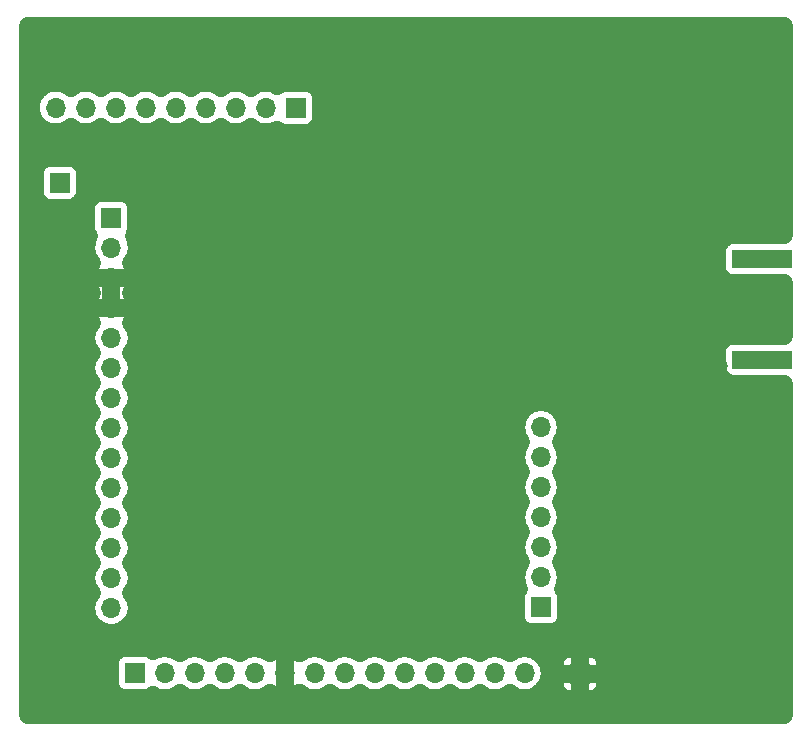
<source format=gbr>
G04 #@! TF.GenerationSoftware,KiCad,Pcbnew,(5.0.2)-1*
G04 #@! TF.CreationDate,2019-03-14T13:57:24-04:00*
G04 #@! TF.ProjectId,PCB10,50434231-302e-46b6-9963-61645f706362,rev?*
G04 #@! TF.SameCoordinates,Original*
G04 #@! TF.FileFunction,Copper,L2,Bot*
G04 #@! TF.FilePolarity,Positive*
%FSLAX46Y46*%
G04 Gerber Fmt 4.6, Leading zero omitted, Abs format (unit mm)*
G04 Created by KiCad (PCBNEW (5.0.2)-1) date 3/14/2019 1:57:24 PM*
%MOMM*%
%LPD*%
G01*
G04 APERTURE LIST*
G04 #@! TA.AperFunction,ComponentPad*
%ADD10R,1.700000X1.700000*%
G04 #@! TD*
G04 #@! TA.AperFunction,ComponentPad*
%ADD11O,1.700000X1.700000*%
G04 #@! TD*
G04 #@! TA.AperFunction,SMDPad,CuDef*
%ADD12R,5.080000X1.500000*%
G04 #@! TD*
G04 #@! TA.AperFunction,ViaPad*
%ADD13C,1.200000*%
G04 #@! TD*
G04 #@! TA.AperFunction,Conductor*
%ADD14C,1.500000*%
G04 #@! TD*
G04 APERTURE END LIST*
D10*
G04 #@! TO.P,J4,1*
G04 #@! TO.N,Net-(J4-Pad1)*
X175450500Y-123507500D03*
D11*
G04 #@! TO.P,J4,2*
G04 #@! TO.N,Net-(J4-Pad2)*
X175450500Y-120967500D03*
G04 #@! TO.P,J4,3*
G04 #@! TO.N,Net-(J4-Pad3)*
X175450500Y-118427500D03*
G04 #@! TO.P,J4,4*
G04 #@! TO.N,Net-(J4-Pad4)*
X175450500Y-115887500D03*
G04 #@! TO.P,J4,5*
G04 #@! TO.N,Net-(J4-Pad5)*
X175450500Y-113347500D03*
G04 #@! TO.P,J4,6*
G04 #@! TO.N,Net-(J4-Pad6)*
X175450500Y-110807500D03*
G04 #@! TO.P,J4,7*
G04 #@! TO.N,POWER*
X175450500Y-108267500D03*
G04 #@! TD*
D10*
G04 #@! TO.P,PowerPin1,1*
G04 #@! TO.N,POWER*
X134683500Y-87566500D03*
G04 #@! TD*
G04 #@! TO.P,GNDPin1,1*
G04 #@! TO.N,GND*
X178752500Y-129159000D03*
G04 #@! TD*
G04 #@! TO.P,J2,1*
G04 #@! TO.N,Net-(J2-Pad1)*
X154686000Y-81216500D03*
D11*
G04 #@! TO.P,J2,2*
G04 #@! TO.N,Net-(J2-Pad2)*
X152146000Y-81216500D03*
G04 #@! TO.P,J2,3*
G04 #@! TO.N,Net-(J2-Pad3)*
X149606000Y-81216500D03*
G04 #@! TO.P,J2,4*
G04 #@! TO.N,Net-(J2-Pad4)*
X147066000Y-81216500D03*
G04 #@! TO.P,J2,5*
G04 #@! TO.N,Net-(J2-Pad5)*
X144526000Y-81216500D03*
G04 #@! TO.P,J2,6*
G04 #@! TO.N,Net-(J2-Pad6)*
X141986000Y-81216500D03*
G04 #@! TO.P,J2,7*
G04 #@! TO.N,Net-(J2-Pad7)*
X139446000Y-81216500D03*
G04 #@! TO.P,J2,8*
G04 #@! TO.N,POWER*
X136906000Y-81216500D03*
G04 #@! TO.P,J2,9*
G04 #@! TO.N,Net-(J2-Pad9)*
X134366000Y-81216500D03*
G04 #@! TD*
G04 #@! TO.P,J1,14*
G04 #@! TO.N,Net-(J1-Pad14)*
X139065000Y-123571000D03*
G04 #@! TO.P,J1,13*
G04 #@! TO.N,Net-(J1-Pad13)*
X139065000Y-121031000D03*
G04 #@! TO.P,J1,12*
G04 #@! TO.N,Net-(J1-Pad12)*
X139065000Y-118491000D03*
G04 #@! TO.P,J1,11*
G04 #@! TO.N,Net-(J1-Pad11)*
X139065000Y-115951000D03*
G04 #@! TO.P,J1,10*
G04 #@! TO.N,Net-(J1-Pad10)*
X139065000Y-113411000D03*
G04 #@! TO.P,J1,9*
G04 #@! TO.N,Net-(J1-Pad9)*
X139065000Y-110871000D03*
G04 #@! TO.P,J1,8*
G04 #@! TO.N,Net-(J1-Pad8)*
X139065000Y-108331000D03*
G04 #@! TO.P,J1,7*
G04 #@! TO.N,Net-(J1-Pad7)*
X139065000Y-105791000D03*
G04 #@! TO.P,J1,6*
G04 #@! TO.N,Net-(J1-Pad6)*
X139065000Y-103251000D03*
G04 #@! TO.P,J1,5*
G04 #@! TO.N,Net-(J1-Pad5)*
X139065000Y-100711000D03*
G04 #@! TO.P,J1,4*
G04 #@! TO.N,GND*
X139065000Y-98171000D03*
G04 #@! TO.P,J1,3*
X139065000Y-95631000D03*
G04 #@! TO.P,J1,2*
G04 #@! TO.N,Net-(J1-Pad2)*
X139065000Y-93091000D03*
D10*
G04 #@! TO.P,J1,1*
G04 #@! TO.N,Net-(J1-Pad1)*
X139065000Y-90551000D03*
G04 #@! TD*
G04 #@! TO.P,J3,1*
G04 #@! TO.N,Net-(J3-Pad1)*
X141033500Y-129095500D03*
D11*
G04 #@! TO.P,J3,2*
G04 #@! TO.N,Net-(J3-Pad2)*
X143573500Y-129095500D03*
G04 #@! TO.P,J3,3*
G04 #@! TO.N,Net-(J3-Pad3)*
X146113500Y-129095500D03*
G04 #@! TO.P,J3,4*
G04 #@! TO.N,Net-(J3-Pad4)*
X148653500Y-129095500D03*
G04 #@! TO.P,J3,5*
G04 #@! TO.N,POWER*
X151193500Y-129095500D03*
G04 #@! TO.P,J3,6*
G04 #@! TO.N,GND*
X153733500Y-129095500D03*
G04 #@! TO.P,J3,7*
G04 #@! TO.N,Net-(J3-Pad7)*
X156273500Y-129095500D03*
G04 #@! TO.P,J3,8*
G04 #@! TO.N,Net-(J3-Pad8)*
X158813500Y-129095500D03*
G04 #@! TO.P,J3,9*
G04 #@! TO.N,Net-(J3-Pad9)*
X161353500Y-129095500D03*
G04 #@! TO.P,J3,10*
G04 #@! TO.N,Net-(J3-Pad10)*
X163893500Y-129095500D03*
G04 #@! TO.P,J3,11*
G04 #@! TO.N,Net-(J3-Pad11)*
X166433500Y-129095500D03*
G04 #@! TO.P,J3,12*
G04 #@! TO.N,Net-(J3-Pad12)*
X168973500Y-129095500D03*
G04 #@! TO.P,J3,13*
G04 #@! TO.N,Net-(J3-Pad13)*
X171513500Y-129095500D03*
G04 #@! TO.P,J3,14*
G04 #@! TO.N,Net-(J3-Pad14)*
X174053500Y-129095500D03*
G04 #@! TD*
D12*
G04 #@! TO.P,Coaxial_Port1,2*
G04 #@! TO.N,Net-(Coaxial_Port1-Pad2)*
X194183000Y-102548000D03*
X194183000Y-94048000D03*
G04 #@! TD*
D13*
G04 #@! TO.N,GND*
X162179000Y-85661500D03*
X159194500Y-92583000D03*
X171767500Y-88265000D03*
X166243000Y-93345000D03*
X169735500Y-93345000D03*
X173228000Y-93345000D03*
X166243000Y-103187500D03*
X169735500Y-103187500D03*
X173228000Y-103187500D03*
X176720500Y-103187500D03*
X180213000Y-103187500D03*
X183705500Y-103187500D03*
X187198000Y-103187500D03*
X190690500Y-103124000D03*
X178498500Y-93345000D03*
X181927500Y-93281500D03*
X185356500Y-93281500D03*
X188912500Y-93281500D03*
G04 #@! TD*
D14*
G04 #@! TO.N,GND*
G36*
X196041000Y-92023512D02*
X191643000Y-92023512D01*
X191155275Y-92120527D01*
X190741801Y-92396801D01*
X190465527Y-92810275D01*
X190368512Y-93298000D01*
X190368512Y-94798000D01*
X190465527Y-95285725D01*
X190741801Y-95699199D01*
X191155275Y-95975473D01*
X191643000Y-96072488D01*
X196041000Y-96072488D01*
X196041000Y-100523512D01*
X191643000Y-100523512D01*
X191155275Y-100620527D01*
X190741801Y-100896801D01*
X190465527Y-101310275D01*
X190368512Y-101798000D01*
X190368512Y-103298000D01*
X190465527Y-103785725D01*
X190741801Y-104199199D01*
X191155275Y-104475473D01*
X191643000Y-104572488D01*
X196041001Y-104572488D01*
X196041001Y-132675000D01*
X132025000Y-132675000D01*
X132025000Y-128245500D01*
X138909012Y-128245500D01*
X138909012Y-129945500D01*
X139006027Y-130433225D01*
X139282301Y-130846699D01*
X139695775Y-131122973D01*
X140183500Y-131219988D01*
X141883500Y-131219988D01*
X142371225Y-131122973D01*
X142599577Y-130970393D01*
X142754121Y-131073656D01*
X143366671Y-131195500D01*
X143780329Y-131195500D01*
X144392879Y-131073656D01*
X144843500Y-130772561D01*
X145294121Y-131073656D01*
X145906671Y-131195500D01*
X146320329Y-131195500D01*
X146932879Y-131073656D01*
X147383500Y-130772561D01*
X147834121Y-131073656D01*
X148446671Y-131195500D01*
X148860329Y-131195500D01*
X149472879Y-131073656D01*
X149923500Y-130772561D01*
X150374121Y-131073656D01*
X150986671Y-131195500D01*
X151400329Y-131195500D01*
X152012879Y-131073656D01*
X152465515Y-130771214D01*
X152497322Y-130805460D01*
X153245794Y-131148362D01*
X153398486Y-131178734D01*
X153728500Y-130890493D01*
X153728500Y-129100500D01*
X153708500Y-129100500D01*
X153708500Y-129090500D01*
X153728500Y-129090500D01*
X153728500Y-127300507D01*
X153738500Y-127300507D01*
X153738500Y-129090500D01*
X153758500Y-129090500D01*
X153758500Y-129100500D01*
X153738500Y-129100500D01*
X153738500Y-130890493D01*
X154068514Y-131178734D01*
X154221206Y-131148362D01*
X154969678Y-130805460D01*
X155001485Y-130771214D01*
X155454121Y-131073656D01*
X156066671Y-131195500D01*
X156480329Y-131195500D01*
X157092879Y-131073656D01*
X157543500Y-130772561D01*
X157994121Y-131073656D01*
X158606671Y-131195500D01*
X159020329Y-131195500D01*
X159632879Y-131073656D01*
X160083500Y-130772561D01*
X160534121Y-131073656D01*
X161146671Y-131195500D01*
X161560329Y-131195500D01*
X162172879Y-131073656D01*
X162623500Y-130772561D01*
X163074121Y-131073656D01*
X163686671Y-131195500D01*
X164100329Y-131195500D01*
X164712879Y-131073656D01*
X165163500Y-130772561D01*
X165614121Y-131073656D01*
X166226671Y-131195500D01*
X166640329Y-131195500D01*
X167252879Y-131073656D01*
X167703500Y-130772561D01*
X168154121Y-131073656D01*
X168766671Y-131195500D01*
X169180329Y-131195500D01*
X169792879Y-131073656D01*
X170243500Y-130772561D01*
X170694121Y-131073656D01*
X171306671Y-131195500D01*
X171720329Y-131195500D01*
X172332879Y-131073656D01*
X172783500Y-130772561D01*
X173234121Y-131073656D01*
X173846671Y-131195500D01*
X174260329Y-131195500D01*
X174872879Y-131073656D01*
X175567515Y-130609515D01*
X176031656Y-129914879D01*
X176118357Y-129479000D01*
X176642500Y-129479000D01*
X176642500Y-130259629D01*
X176834323Y-130722732D01*
X177188767Y-131077176D01*
X177651870Y-131269000D01*
X178432500Y-131269000D01*
X178747500Y-130954000D01*
X178747500Y-129164000D01*
X178757500Y-129164000D01*
X178757500Y-130954000D01*
X179072500Y-131269000D01*
X179853130Y-131269000D01*
X180316233Y-131077176D01*
X180670677Y-130722732D01*
X180862500Y-130259629D01*
X180862500Y-129479000D01*
X180547500Y-129164000D01*
X178757500Y-129164000D01*
X178747500Y-129164000D01*
X176957500Y-129164000D01*
X176642500Y-129479000D01*
X176118357Y-129479000D01*
X176194641Y-129095500D01*
X176031656Y-128276121D01*
X175886161Y-128058371D01*
X176642500Y-128058371D01*
X176642500Y-128839000D01*
X176957500Y-129154000D01*
X178747500Y-129154000D01*
X178747500Y-127364000D01*
X178757500Y-127364000D01*
X178757500Y-129154000D01*
X180547500Y-129154000D01*
X180862500Y-128839000D01*
X180862500Y-128058371D01*
X180670677Y-127595268D01*
X180316233Y-127240824D01*
X179853130Y-127049000D01*
X179072500Y-127049000D01*
X178757500Y-127364000D01*
X178747500Y-127364000D01*
X178432500Y-127049000D01*
X177651870Y-127049000D01*
X177188767Y-127240824D01*
X176834323Y-127595268D01*
X176642500Y-128058371D01*
X175886161Y-128058371D01*
X175567515Y-127581485D01*
X174872879Y-127117344D01*
X174260329Y-126995500D01*
X173846671Y-126995500D01*
X173234121Y-127117344D01*
X172783500Y-127418439D01*
X172332879Y-127117344D01*
X171720329Y-126995500D01*
X171306671Y-126995500D01*
X170694121Y-127117344D01*
X170243500Y-127418439D01*
X169792879Y-127117344D01*
X169180329Y-126995500D01*
X168766671Y-126995500D01*
X168154121Y-127117344D01*
X167703500Y-127418439D01*
X167252879Y-127117344D01*
X166640329Y-126995500D01*
X166226671Y-126995500D01*
X165614121Y-127117344D01*
X165163500Y-127418439D01*
X164712879Y-127117344D01*
X164100329Y-126995500D01*
X163686671Y-126995500D01*
X163074121Y-127117344D01*
X162623500Y-127418439D01*
X162172879Y-127117344D01*
X161560329Y-126995500D01*
X161146671Y-126995500D01*
X160534121Y-127117344D01*
X160083500Y-127418439D01*
X159632879Y-127117344D01*
X159020329Y-126995500D01*
X158606671Y-126995500D01*
X157994121Y-127117344D01*
X157543500Y-127418439D01*
X157092879Y-127117344D01*
X156480329Y-126995500D01*
X156066671Y-126995500D01*
X155454121Y-127117344D01*
X155001485Y-127419786D01*
X154969678Y-127385540D01*
X154221206Y-127042638D01*
X154068514Y-127012266D01*
X153738500Y-127300507D01*
X153728500Y-127300507D01*
X153398486Y-127012266D01*
X153245794Y-127042638D01*
X152497322Y-127385540D01*
X152465515Y-127419786D01*
X152012879Y-127117344D01*
X151400329Y-126995500D01*
X150986671Y-126995500D01*
X150374121Y-127117344D01*
X149923500Y-127418439D01*
X149472879Y-127117344D01*
X148860329Y-126995500D01*
X148446671Y-126995500D01*
X147834121Y-127117344D01*
X147383500Y-127418439D01*
X146932879Y-127117344D01*
X146320329Y-126995500D01*
X145906671Y-126995500D01*
X145294121Y-127117344D01*
X144843500Y-127418439D01*
X144392879Y-127117344D01*
X143780329Y-126995500D01*
X143366671Y-126995500D01*
X142754121Y-127117344D01*
X142599577Y-127220607D01*
X142371225Y-127068027D01*
X141883500Y-126971012D01*
X140183500Y-126971012D01*
X139695775Y-127068027D01*
X139282301Y-127344301D01*
X139006027Y-127757775D01*
X138909012Y-128245500D01*
X132025000Y-128245500D01*
X132025000Y-100711000D01*
X136923859Y-100711000D01*
X137086844Y-101530379D01*
X137387939Y-101981000D01*
X137086844Y-102431621D01*
X136923859Y-103251000D01*
X137086844Y-104070379D01*
X137387939Y-104521000D01*
X137086844Y-104971621D01*
X136923859Y-105791000D01*
X137086844Y-106610379D01*
X137387939Y-107061000D01*
X137086844Y-107511621D01*
X136923859Y-108331000D01*
X137086844Y-109150379D01*
X137387939Y-109601000D01*
X137086844Y-110051621D01*
X136923859Y-110871000D01*
X137086844Y-111690379D01*
X137387939Y-112141000D01*
X137086844Y-112591621D01*
X136923859Y-113411000D01*
X137086844Y-114230379D01*
X137387939Y-114681000D01*
X137086844Y-115131621D01*
X136923859Y-115951000D01*
X137086844Y-116770379D01*
X137387939Y-117221000D01*
X137086844Y-117671621D01*
X136923859Y-118491000D01*
X137086844Y-119310379D01*
X137387939Y-119761000D01*
X137086844Y-120211621D01*
X136923859Y-121031000D01*
X137086844Y-121850379D01*
X137387939Y-122301000D01*
X137086844Y-122751621D01*
X136923859Y-123571000D01*
X137086844Y-124390379D01*
X137550985Y-125085015D01*
X138245621Y-125549156D01*
X138858171Y-125671000D01*
X139271829Y-125671000D01*
X139884379Y-125549156D01*
X140579015Y-125085015D01*
X141043156Y-124390379D01*
X141206141Y-123571000D01*
X141043156Y-122751621D01*
X140742061Y-122301000D01*
X141043156Y-121850379D01*
X141206141Y-121031000D01*
X141043156Y-120211621D01*
X140742061Y-119761000D01*
X141043156Y-119310379D01*
X141206141Y-118491000D01*
X141043156Y-117671621D01*
X140742061Y-117221000D01*
X141043156Y-116770379D01*
X141206141Y-115951000D01*
X141043156Y-115131621D01*
X140742061Y-114681000D01*
X141043156Y-114230379D01*
X141206141Y-113411000D01*
X141043156Y-112591621D01*
X140742061Y-112141000D01*
X141043156Y-111690379D01*
X141206141Y-110871000D01*
X141043156Y-110051621D01*
X140742061Y-109601000D01*
X141043156Y-109150379D01*
X141206141Y-108331000D01*
X141193511Y-108267500D01*
X173309359Y-108267500D01*
X173472344Y-109086879D01*
X173773439Y-109537500D01*
X173472344Y-109988121D01*
X173309359Y-110807500D01*
X173472344Y-111626879D01*
X173773439Y-112077500D01*
X173472344Y-112528121D01*
X173309359Y-113347500D01*
X173472344Y-114166879D01*
X173773439Y-114617500D01*
X173472344Y-115068121D01*
X173309359Y-115887500D01*
X173472344Y-116706879D01*
X173773439Y-117157500D01*
X173472344Y-117608121D01*
X173309359Y-118427500D01*
X173472344Y-119246879D01*
X173773439Y-119697500D01*
X173472344Y-120148121D01*
X173309359Y-120967500D01*
X173472344Y-121786879D01*
X173575607Y-121941423D01*
X173423027Y-122169775D01*
X173326012Y-122657500D01*
X173326012Y-124357500D01*
X173423027Y-124845225D01*
X173699301Y-125258699D01*
X174112775Y-125534973D01*
X174600500Y-125631988D01*
X176300500Y-125631988D01*
X176788225Y-125534973D01*
X177201699Y-125258699D01*
X177477973Y-124845225D01*
X177574988Y-124357500D01*
X177574988Y-122657500D01*
X177477973Y-122169775D01*
X177325393Y-121941423D01*
X177428656Y-121786879D01*
X177591641Y-120967500D01*
X177428656Y-120148121D01*
X177127561Y-119697500D01*
X177428656Y-119246879D01*
X177591641Y-118427500D01*
X177428656Y-117608121D01*
X177127561Y-117157500D01*
X177428656Y-116706879D01*
X177591641Y-115887500D01*
X177428656Y-115068121D01*
X177127561Y-114617500D01*
X177428656Y-114166879D01*
X177591641Y-113347500D01*
X177428656Y-112528121D01*
X177127561Y-112077500D01*
X177428656Y-111626879D01*
X177591641Y-110807500D01*
X177428656Y-109988121D01*
X177127561Y-109537500D01*
X177428656Y-109086879D01*
X177591641Y-108267500D01*
X177428656Y-107448121D01*
X176964515Y-106753485D01*
X176269879Y-106289344D01*
X175657329Y-106167500D01*
X175243671Y-106167500D01*
X174631121Y-106289344D01*
X173936485Y-106753485D01*
X173472344Y-107448121D01*
X173309359Y-108267500D01*
X141193511Y-108267500D01*
X141043156Y-107511621D01*
X140742061Y-107061000D01*
X141043156Y-106610379D01*
X141206141Y-105791000D01*
X141043156Y-104971621D01*
X140742061Y-104521000D01*
X141043156Y-104070379D01*
X141206141Y-103251000D01*
X141043156Y-102431621D01*
X140742061Y-101981000D01*
X141043156Y-101530379D01*
X141206141Y-100711000D01*
X141043156Y-99891621D01*
X140740714Y-99438985D01*
X140774960Y-99407178D01*
X141117862Y-98658706D01*
X141148234Y-98506014D01*
X140859993Y-98176000D01*
X139070000Y-98176000D01*
X139070000Y-98196000D01*
X139060000Y-98196000D01*
X139060000Y-98176000D01*
X137270007Y-98176000D01*
X136981766Y-98506014D01*
X137012138Y-98658706D01*
X137355040Y-99407178D01*
X137389286Y-99438985D01*
X137086844Y-99891621D01*
X136923859Y-100711000D01*
X132025000Y-100711000D01*
X132025000Y-95966014D01*
X136981766Y-95966014D01*
X137012138Y-96118706D01*
X137355040Y-96867178D01*
X137391455Y-96901000D01*
X137355040Y-96934822D01*
X137012138Y-97683294D01*
X136981766Y-97835986D01*
X137270007Y-98166000D01*
X139060000Y-98166000D01*
X139060000Y-95636000D01*
X139070000Y-95636000D01*
X139070000Y-98166000D01*
X140859993Y-98166000D01*
X141148234Y-97835986D01*
X141117862Y-97683294D01*
X140774960Y-96934822D01*
X140738545Y-96901000D01*
X140774960Y-96867178D01*
X141117862Y-96118706D01*
X141148234Y-95966014D01*
X140859993Y-95636000D01*
X139070000Y-95636000D01*
X139060000Y-95636000D01*
X137270007Y-95636000D01*
X136981766Y-95966014D01*
X132025000Y-95966014D01*
X132025000Y-93091000D01*
X136923859Y-93091000D01*
X137086844Y-93910379D01*
X137389286Y-94363015D01*
X137355040Y-94394822D01*
X137012138Y-95143294D01*
X136981766Y-95295986D01*
X137270007Y-95626000D01*
X139060000Y-95626000D01*
X139060000Y-95606000D01*
X139070000Y-95606000D01*
X139070000Y-95626000D01*
X140859993Y-95626000D01*
X141148234Y-95295986D01*
X141117862Y-95143294D01*
X140774960Y-94394822D01*
X140740714Y-94363015D01*
X141043156Y-93910379D01*
X141206141Y-93091000D01*
X141043156Y-92271621D01*
X140939893Y-92117077D01*
X141092473Y-91888725D01*
X141189488Y-91401000D01*
X141189488Y-89701000D01*
X141092473Y-89213275D01*
X140816199Y-88799801D01*
X140402725Y-88523527D01*
X139915000Y-88426512D01*
X138215000Y-88426512D01*
X137727275Y-88523527D01*
X137313801Y-88799801D01*
X137037527Y-89213275D01*
X136940512Y-89701000D01*
X136940512Y-91401000D01*
X137037527Y-91888725D01*
X137190107Y-92117077D01*
X137086844Y-92271621D01*
X136923859Y-93091000D01*
X132025000Y-93091000D01*
X132025000Y-86716500D01*
X132559012Y-86716500D01*
X132559012Y-88416500D01*
X132656027Y-88904225D01*
X132932301Y-89317699D01*
X133345775Y-89593973D01*
X133833500Y-89690988D01*
X135533500Y-89690988D01*
X136021225Y-89593973D01*
X136434699Y-89317699D01*
X136710973Y-88904225D01*
X136807988Y-88416500D01*
X136807988Y-86716500D01*
X136710973Y-86228775D01*
X136434699Y-85815301D01*
X136021225Y-85539027D01*
X135533500Y-85442012D01*
X133833500Y-85442012D01*
X133345775Y-85539027D01*
X132932301Y-85815301D01*
X132656027Y-86228775D01*
X132559012Y-86716500D01*
X132025000Y-86716500D01*
X132025000Y-81216500D01*
X132224859Y-81216500D01*
X132387844Y-82035879D01*
X132851985Y-82730515D01*
X133546621Y-83194656D01*
X134159171Y-83316500D01*
X134572829Y-83316500D01*
X135185379Y-83194656D01*
X135636000Y-82893561D01*
X136086621Y-83194656D01*
X136699171Y-83316500D01*
X137112829Y-83316500D01*
X137725379Y-83194656D01*
X138176000Y-82893561D01*
X138626621Y-83194656D01*
X139239171Y-83316500D01*
X139652829Y-83316500D01*
X140265379Y-83194656D01*
X140716000Y-82893561D01*
X141166621Y-83194656D01*
X141779171Y-83316500D01*
X142192829Y-83316500D01*
X142805379Y-83194656D01*
X143256000Y-82893561D01*
X143706621Y-83194656D01*
X144319171Y-83316500D01*
X144732829Y-83316500D01*
X145345379Y-83194656D01*
X145796000Y-82893561D01*
X146246621Y-83194656D01*
X146859171Y-83316500D01*
X147272829Y-83316500D01*
X147885379Y-83194656D01*
X148336000Y-82893561D01*
X148786621Y-83194656D01*
X149399171Y-83316500D01*
X149812829Y-83316500D01*
X150425379Y-83194656D01*
X150876000Y-82893561D01*
X151326621Y-83194656D01*
X151939171Y-83316500D01*
X152352829Y-83316500D01*
X152965379Y-83194656D01*
X153119923Y-83091393D01*
X153348275Y-83243973D01*
X153836000Y-83340988D01*
X155536000Y-83340988D01*
X156023725Y-83243973D01*
X156437199Y-82967699D01*
X156713473Y-82554225D01*
X156810488Y-82066500D01*
X156810488Y-80366500D01*
X156713473Y-79878775D01*
X156437199Y-79465301D01*
X156023725Y-79189027D01*
X155536000Y-79092012D01*
X153836000Y-79092012D01*
X153348275Y-79189027D01*
X153119923Y-79341607D01*
X152965379Y-79238344D01*
X152352829Y-79116500D01*
X151939171Y-79116500D01*
X151326621Y-79238344D01*
X150876000Y-79539439D01*
X150425379Y-79238344D01*
X149812829Y-79116500D01*
X149399171Y-79116500D01*
X148786621Y-79238344D01*
X148336000Y-79539439D01*
X147885379Y-79238344D01*
X147272829Y-79116500D01*
X146859171Y-79116500D01*
X146246621Y-79238344D01*
X145796000Y-79539439D01*
X145345379Y-79238344D01*
X144732829Y-79116500D01*
X144319171Y-79116500D01*
X143706621Y-79238344D01*
X143256000Y-79539439D01*
X142805379Y-79238344D01*
X142192829Y-79116500D01*
X141779171Y-79116500D01*
X141166621Y-79238344D01*
X140716000Y-79539439D01*
X140265379Y-79238344D01*
X139652829Y-79116500D01*
X139239171Y-79116500D01*
X138626621Y-79238344D01*
X138176000Y-79539439D01*
X137725379Y-79238344D01*
X137112829Y-79116500D01*
X136699171Y-79116500D01*
X136086621Y-79238344D01*
X135636000Y-79539439D01*
X135185379Y-79238344D01*
X134572829Y-79116500D01*
X134159171Y-79116500D01*
X133546621Y-79238344D01*
X132851985Y-79702485D01*
X132387844Y-80397121D01*
X132224859Y-81216500D01*
X132025000Y-81216500D01*
X132025000Y-74325000D01*
X196041000Y-74325000D01*
X196041000Y-92023512D01*
X196041000Y-92023512D01*
G37*
X196041000Y-92023512D02*
X191643000Y-92023512D01*
X191155275Y-92120527D01*
X190741801Y-92396801D01*
X190465527Y-92810275D01*
X190368512Y-93298000D01*
X190368512Y-94798000D01*
X190465527Y-95285725D01*
X190741801Y-95699199D01*
X191155275Y-95975473D01*
X191643000Y-96072488D01*
X196041000Y-96072488D01*
X196041000Y-100523512D01*
X191643000Y-100523512D01*
X191155275Y-100620527D01*
X190741801Y-100896801D01*
X190465527Y-101310275D01*
X190368512Y-101798000D01*
X190368512Y-103298000D01*
X190465527Y-103785725D01*
X190741801Y-104199199D01*
X191155275Y-104475473D01*
X191643000Y-104572488D01*
X196041001Y-104572488D01*
X196041001Y-132675000D01*
X132025000Y-132675000D01*
X132025000Y-128245500D01*
X138909012Y-128245500D01*
X138909012Y-129945500D01*
X139006027Y-130433225D01*
X139282301Y-130846699D01*
X139695775Y-131122973D01*
X140183500Y-131219988D01*
X141883500Y-131219988D01*
X142371225Y-131122973D01*
X142599577Y-130970393D01*
X142754121Y-131073656D01*
X143366671Y-131195500D01*
X143780329Y-131195500D01*
X144392879Y-131073656D01*
X144843500Y-130772561D01*
X145294121Y-131073656D01*
X145906671Y-131195500D01*
X146320329Y-131195500D01*
X146932879Y-131073656D01*
X147383500Y-130772561D01*
X147834121Y-131073656D01*
X148446671Y-131195500D01*
X148860329Y-131195500D01*
X149472879Y-131073656D01*
X149923500Y-130772561D01*
X150374121Y-131073656D01*
X150986671Y-131195500D01*
X151400329Y-131195500D01*
X152012879Y-131073656D01*
X152465515Y-130771214D01*
X152497322Y-130805460D01*
X153245794Y-131148362D01*
X153398486Y-131178734D01*
X153728500Y-130890493D01*
X153728500Y-129100500D01*
X153708500Y-129100500D01*
X153708500Y-129090500D01*
X153728500Y-129090500D01*
X153728500Y-127300507D01*
X153738500Y-127300507D01*
X153738500Y-129090500D01*
X153758500Y-129090500D01*
X153758500Y-129100500D01*
X153738500Y-129100500D01*
X153738500Y-130890493D01*
X154068514Y-131178734D01*
X154221206Y-131148362D01*
X154969678Y-130805460D01*
X155001485Y-130771214D01*
X155454121Y-131073656D01*
X156066671Y-131195500D01*
X156480329Y-131195500D01*
X157092879Y-131073656D01*
X157543500Y-130772561D01*
X157994121Y-131073656D01*
X158606671Y-131195500D01*
X159020329Y-131195500D01*
X159632879Y-131073656D01*
X160083500Y-130772561D01*
X160534121Y-131073656D01*
X161146671Y-131195500D01*
X161560329Y-131195500D01*
X162172879Y-131073656D01*
X162623500Y-130772561D01*
X163074121Y-131073656D01*
X163686671Y-131195500D01*
X164100329Y-131195500D01*
X164712879Y-131073656D01*
X165163500Y-130772561D01*
X165614121Y-131073656D01*
X166226671Y-131195500D01*
X166640329Y-131195500D01*
X167252879Y-131073656D01*
X167703500Y-130772561D01*
X168154121Y-131073656D01*
X168766671Y-131195500D01*
X169180329Y-131195500D01*
X169792879Y-131073656D01*
X170243500Y-130772561D01*
X170694121Y-131073656D01*
X171306671Y-131195500D01*
X171720329Y-131195500D01*
X172332879Y-131073656D01*
X172783500Y-130772561D01*
X173234121Y-131073656D01*
X173846671Y-131195500D01*
X174260329Y-131195500D01*
X174872879Y-131073656D01*
X175567515Y-130609515D01*
X176031656Y-129914879D01*
X176118357Y-129479000D01*
X176642500Y-129479000D01*
X176642500Y-130259629D01*
X176834323Y-130722732D01*
X177188767Y-131077176D01*
X177651870Y-131269000D01*
X178432500Y-131269000D01*
X178747500Y-130954000D01*
X178747500Y-129164000D01*
X178757500Y-129164000D01*
X178757500Y-130954000D01*
X179072500Y-131269000D01*
X179853130Y-131269000D01*
X180316233Y-131077176D01*
X180670677Y-130722732D01*
X180862500Y-130259629D01*
X180862500Y-129479000D01*
X180547500Y-129164000D01*
X178757500Y-129164000D01*
X178747500Y-129164000D01*
X176957500Y-129164000D01*
X176642500Y-129479000D01*
X176118357Y-129479000D01*
X176194641Y-129095500D01*
X176031656Y-128276121D01*
X175886161Y-128058371D01*
X176642500Y-128058371D01*
X176642500Y-128839000D01*
X176957500Y-129154000D01*
X178747500Y-129154000D01*
X178747500Y-127364000D01*
X178757500Y-127364000D01*
X178757500Y-129154000D01*
X180547500Y-129154000D01*
X180862500Y-128839000D01*
X180862500Y-128058371D01*
X180670677Y-127595268D01*
X180316233Y-127240824D01*
X179853130Y-127049000D01*
X179072500Y-127049000D01*
X178757500Y-127364000D01*
X178747500Y-127364000D01*
X178432500Y-127049000D01*
X177651870Y-127049000D01*
X177188767Y-127240824D01*
X176834323Y-127595268D01*
X176642500Y-128058371D01*
X175886161Y-128058371D01*
X175567515Y-127581485D01*
X174872879Y-127117344D01*
X174260329Y-126995500D01*
X173846671Y-126995500D01*
X173234121Y-127117344D01*
X172783500Y-127418439D01*
X172332879Y-127117344D01*
X171720329Y-126995500D01*
X171306671Y-126995500D01*
X170694121Y-127117344D01*
X170243500Y-127418439D01*
X169792879Y-127117344D01*
X169180329Y-126995500D01*
X168766671Y-126995500D01*
X168154121Y-127117344D01*
X167703500Y-127418439D01*
X167252879Y-127117344D01*
X166640329Y-126995500D01*
X166226671Y-126995500D01*
X165614121Y-127117344D01*
X165163500Y-127418439D01*
X164712879Y-127117344D01*
X164100329Y-126995500D01*
X163686671Y-126995500D01*
X163074121Y-127117344D01*
X162623500Y-127418439D01*
X162172879Y-127117344D01*
X161560329Y-126995500D01*
X161146671Y-126995500D01*
X160534121Y-127117344D01*
X160083500Y-127418439D01*
X159632879Y-127117344D01*
X159020329Y-126995500D01*
X158606671Y-126995500D01*
X157994121Y-127117344D01*
X157543500Y-127418439D01*
X157092879Y-127117344D01*
X156480329Y-126995500D01*
X156066671Y-126995500D01*
X155454121Y-127117344D01*
X155001485Y-127419786D01*
X154969678Y-127385540D01*
X154221206Y-127042638D01*
X154068514Y-127012266D01*
X153738500Y-127300507D01*
X153728500Y-127300507D01*
X153398486Y-127012266D01*
X153245794Y-127042638D01*
X152497322Y-127385540D01*
X152465515Y-127419786D01*
X152012879Y-127117344D01*
X151400329Y-126995500D01*
X150986671Y-126995500D01*
X150374121Y-127117344D01*
X149923500Y-127418439D01*
X149472879Y-127117344D01*
X148860329Y-126995500D01*
X148446671Y-126995500D01*
X147834121Y-127117344D01*
X147383500Y-127418439D01*
X146932879Y-127117344D01*
X146320329Y-126995500D01*
X145906671Y-126995500D01*
X145294121Y-127117344D01*
X144843500Y-127418439D01*
X144392879Y-127117344D01*
X143780329Y-126995500D01*
X143366671Y-126995500D01*
X142754121Y-127117344D01*
X142599577Y-127220607D01*
X142371225Y-127068027D01*
X141883500Y-126971012D01*
X140183500Y-126971012D01*
X139695775Y-127068027D01*
X139282301Y-127344301D01*
X139006027Y-127757775D01*
X138909012Y-128245500D01*
X132025000Y-128245500D01*
X132025000Y-100711000D01*
X136923859Y-100711000D01*
X137086844Y-101530379D01*
X137387939Y-101981000D01*
X137086844Y-102431621D01*
X136923859Y-103251000D01*
X137086844Y-104070379D01*
X137387939Y-104521000D01*
X137086844Y-104971621D01*
X136923859Y-105791000D01*
X137086844Y-106610379D01*
X137387939Y-107061000D01*
X137086844Y-107511621D01*
X136923859Y-108331000D01*
X137086844Y-109150379D01*
X137387939Y-109601000D01*
X137086844Y-110051621D01*
X136923859Y-110871000D01*
X137086844Y-111690379D01*
X137387939Y-112141000D01*
X137086844Y-112591621D01*
X136923859Y-113411000D01*
X137086844Y-114230379D01*
X137387939Y-114681000D01*
X137086844Y-115131621D01*
X136923859Y-115951000D01*
X137086844Y-116770379D01*
X137387939Y-117221000D01*
X137086844Y-117671621D01*
X136923859Y-118491000D01*
X137086844Y-119310379D01*
X137387939Y-119761000D01*
X137086844Y-120211621D01*
X136923859Y-121031000D01*
X137086844Y-121850379D01*
X137387939Y-122301000D01*
X137086844Y-122751621D01*
X136923859Y-123571000D01*
X137086844Y-124390379D01*
X137550985Y-125085015D01*
X138245621Y-125549156D01*
X138858171Y-125671000D01*
X139271829Y-125671000D01*
X139884379Y-125549156D01*
X140579015Y-125085015D01*
X141043156Y-124390379D01*
X141206141Y-123571000D01*
X141043156Y-122751621D01*
X140742061Y-122301000D01*
X141043156Y-121850379D01*
X141206141Y-121031000D01*
X141043156Y-120211621D01*
X140742061Y-119761000D01*
X141043156Y-119310379D01*
X141206141Y-118491000D01*
X141043156Y-117671621D01*
X140742061Y-117221000D01*
X141043156Y-116770379D01*
X141206141Y-115951000D01*
X141043156Y-115131621D01*
X140742061Y-114681000D01*
X141043156Y-114230379D01*
X141206141Y-113411000D01*
X141043156Y-112591621D01*
X140742061Y-112141000D01*
X141043156Y-111690379D01*
X141206141Y-110871000D01*
X141043156Y-110051621D01*
X140742061Y-109601000D01*
X141043156Y-109150379D01*
X141206141Y-108331000D01*
X141193511Y-108267500D01*
X173309359Y-108267500D01*
X173472344Y-109086879D01*
X173773439Y-109537500D01*
X173472344Y-109988121D01*
X173309359Y-110807500D01*
X173472344Y-111626879D01*
X173773439Y-112077500D01*
X173472344Y-112528121D01*
X173309359Y-113347500D01*
X173472344Y-114166879D01*
X173773439Y-114617500D01*
X173472344Y-115068121D01*
X173309359Y-115887500D01*
X173472344Y-116706879D01*
X173773439Y-117157500D01*
X173472344Y-117608121D01*
X173309359Y-118427500D01*
X173472344Y-119246879D01*
X173773439Y-119697500D01*
X173472344Y-120148121D01*
X173309359Y-120967500D01*
X173472344Y-121786879D01*
X173575607Y-121941423D01*
X173423027Y-122169775D01*
X173326012Y-122657500D01*
X173326012Y-124357500D01*
X173423027Y-124845225D01*
X173699301Y-125258699D01*
X174112775Y-125534973D01*
X174600500Y-125631988D01*
X176300500Y-125631988D01*
X176788225Y-125534973D01*
X177201699Y-125258699D01*
X177477973Y-124845225D01*
X177574988Y-124357500D01*
X177574988Y-122657500D01*
X177477973Y-122169775D01*
X177325393Y-121941423D01*
X177428656Y-121786879D01*
X177591641Y-120967500D01*
X177428656Y-120148121D01*
X177127561Y-119697500D01*
X177428656Y-119246879D01*
X177591641Y-118427500D01*
X177428656Y-117608121D01*
X177127561Y-117157500D01*
X177428656Y-116706879D01*
X177591641Y-115887500D01*
X177428656Y-115068121D01*
X177127561Y-114617500D01*
X177428656Y-114166879D01*
X177591641Y-113347500D01*
X177428656Y-112528121D01*
X177127561Y-112077500D01*
X177428656Y-111626879D01*
X177591641Y-110807500D01*
X177428656Y-109988121D01*
X177127561Y-109537500D01*
X177428656Y-109086879D01*
X177591641Y-108267500D01*
X177428656Y-107448121D01*
X176964515Y-106753485D01*
X176269879Y-106289344D01*
X175657329Y-106167500D01*
X175243671Y-106167500D01*
X174631121Y-106289344D01*
X173936485Y-106753485D01*
X173472344Y-107448121D01*
X173309359Y-108267500D01*
X141193511Y-108267500D01*
X141043156Y-107511621D01*
X140742061Y-107061000D01*
X141043156Y-106610379D01*
X141206141Y-105791000D01*
X141043156Y-104971621D01*
X140742061Y-104521000D01*
X141043156Y-104070379D01*
X141206141Y-103251000D01*
X141043156Y-102431621D01*
X140742061Y-101981000D01*
X141043156Y-101530379D01*
X141206141Y-100711000D01*
X141043156Y-99891621D01*
X140740714Y-99438985D01*
X140774960Y-99407178D01*
X141117862Y-98658706D01*
X141148234Y-98506014D01*
X140859993Y-98176000D01*
X139070000Y-98176000D01*
X139070000Y-98196000D01*
X139060000Y-98196000D01*
X139060000Y-98176000D01*
X137270007Y-98176000D01*
X136981766Y-98506014D01*
X137012138Y-98658706D01*
X137355040Y-99407178D01*
X137389286Y-99438985D01*
X137086844Y-99891621D01*
X136923859Y-100711000D01*
X132025000Y-100711000D01*
X132025000Y-95966014D01*
X136981766Y-95966014D01*
X137012138Y-96118706D01*
X137355040Y-96867178D01*
X137391455Y-96901000D01*
X137355040Y-96934822D01*
X137012138Y-97683294D01*
X136981766Y-97835986D01*
X137270007Y-98166000D01*
X139060000Y-98166000D01*
X139060000Y-95636000D01*
X139070000Y-95636000D01*
X139070000Y-98166000D01*
X140859993Y-98166000D01*
X141148234Y-97835986D01*
X141117862Y-97683294D01*
X140774960Y-96934822D01*
X140738545Y-96901000D01*
X140774960Y-96867178D01*
X141117862Y-96118706D01*
X141148234Y-95966014D01*
X140859993Y-95636000D01*
X139070000Y-95636000D01*
X139060000Y-95636000D01*
X137270007Y-95636000D01*
X136981766Y-95966014D01*
X132025000Y-95966014D01*
X132025000Y-93091000D01*
X136923859Y-93091000D01*
X137086844Y-93910379D01*
X137389286Y-94363015D01*
X137355040Y-94394822D01*
X137012138Y-95143294D01*
X136981766Y-95295986D01*
X137270007Y-95626000D01*
X139060000Y-95626000D01*
X139060000Y-95606000D01*
X139070000Y-95606000D01*
X139070000Y-95626000D01*
X140859993Y-95626000D01*
X141148234Y-95295986D01*
X141117862Y-95143294D01*
X140774960Y-94394822D01*
X140740714Y-94363015D01*
X141043156Y-93910379D01*
X141206141Y-93091000D01*
X141043156Y-92271621D01*
X140939893Y-92117077D01*
X141092473Y-91888725D01*
X141189488Y-91401000D01*
X141189488Y-89701000D01*
X141092473Y-89213275D01*
X140816199Y-88799801D01*
X140402725Y-88523527D01*
X139915000Y-88426512D01*
X138215000Y-88426512D01*
X137727275Y-88523527D01*
X137313801Y-88799801D01*
X137037527Y-89213275D01*
X136940512Y-89701000D01*
X136940512Y-91401000D01*
X137037527Y-91888725D01*
X137190107Y-92117077D01*
X137086844Y-92271621D01*
X136923859Y-93091000D01*
X132025000Y-93091000D01*
X132025000Y-86716500D01*
X132559012Y-86716500D01*
X132559012Y-88416500D01*
X132656027Y-88904225D01*
X132932301Y-89317699D01*
X133345775Y-89593973D01*
X133833500Y-89690988D01*
X135533500Y-89690988D01*
X136021225Y-89593973D01*
X136434699Y-89317699D01*
X136710973Y-88904225D01*
X136807988Y-88416500D01*
X136807988Y-86716500D01*
X136710973Y-86228775D01*
X136434699Y-85815301D01*
X136021225Y-85539027D01*
X135533500Y-85442012D01*
X133833500Y-85442012D01*
X133345775Y-85539027D01*
X132932301Y-85815301D01*
X132656027Y-86228775D01*
X132559012Y-86716500D01*
X132025000Y-86716500D01*
X132025000Y-81216500D01*
X132224859Y-81216500D01*
X132387844Y-82035879D01*
X132851985Y-82730515D01*
X133546621Y-83194656D01*
X134159171Y-83316500D01*
X134572829Y-83316500D01*
X135185379Y-83194656D01*
X135636000Y-82893561D01*
X136086621Y-83194656D01*
X136699171Y-83316500D01*
X137112829Y-83316500D01*
X137725379Y-83194656D01*
X138176000Y-82893561D01*
X138626621Y-83194656D01*
X139239171Y-83316500D01*
X139652829Y-83316500D01*
X140265379Y-83194656D01*
X140716000Y-82893561D01*
X141166621Y-83194656D01*
X141779171Y-83316500D01*
X142192829Y-83316500D01*
X142805379Y-83194656D01*
X143256000Y-82893561D01*
X143706621Y-83194656D01*
X144319171Y-83316500D01*
X144732829Y-83316500D01*
X145345379Y-83194656D01*
X145796000Y-82893561D01*
X146246621Y-83194656D01*
X146859171Y-83316500D01*
X147272829Y-83316500D01*
X147885379Y-83194656D01*
X148336000Y-82893561D01*
X148786621Y-83194656D01*
X149399171Y-83316500D01*
X149812829Y-83316500D01*
X150425379Y-83194656D01*
X150876000Y-82893561D01*
X151326621Y-83194656D01*
X151939171Y-83316500D01*
X152352829Y-83316500D01*
X152965379Y-83194656D01*
X153119923Y-83091393D01*
X153348275Y-83243973D01*
X153836000Y-83340988D01*
X155536000Y-83340988D01*
X156023725Y-83243973D01*
X156437199Y-82967699D01*
X156713473Y-82554225D01*
X156810488Y-82066500D01*
X156810488Y-80366500D01*
X156713473Y-79878775D01*
X156437199Y-79465301D01*
X156023725Y-79189027D01*
X155536000Y-79092012D01*
X153836000Y-79092012D01*
X153348275Y-79189027D01*
X153119923Y-79341607D01*
X152965379Y-79238344D01*
X152352829Y-79116500D01*
X151939171Y-79116500D01*
X151326621Y-79238344D01*
X150876000Y-79539439D01*
X150425379Y-79238344D01*
X149812829Y-79116500D01*
X149399171Y-79116500D01*
X148786621Y-79238344D01*
X148336000Y-79539439D01*
X147885379Y-79238344D01*
X147272829Y-79116500D01*
X146859171Y-79116500D01*
X146246621Y-79238344D01*
X145796000Y-79539439D01*
X145345379Y-79238344D01*
X144732829Y-79116500D01*
X144319171Y-79116500D01*
X143706621Y-79238344D01*
X143256000Y-79539439D01*
X142805379Y-79238344D01*
X142192829Y-79116500D01*
X141779171Y-79116500D01*
X141166621Y-79238344D01*
X140716000Y-79539439D01*
X140265379Y-79238344D01*
X139652829Y-79116500D01*
X139239171Y-79116500D01*
X138626621Y-79238344D01*
X138176000Y-79539439D01*
X137725379Y-79238344D01*
X137112829Y-79116500D01*
X136699171Y-79116500D01*
X136086621Y-79238344D01*
X135636000Y-79539439D01*
X135185379Y-79238344D01*
X134572829Y-79116500D01*
X134159171Y-79116500D01*
X133546621Y-79238344D01*
X132851985Y-79702485D01*
X132387844Y-80397121D01*
X132224859Y-81216500D01*
X132025000Y-81216500D01*
X132025000Y-74325000D01*
X196041000Y-74325000D01*
X196041000Y-92023512D01*
G04 #@! TD*
M02*

</source>
